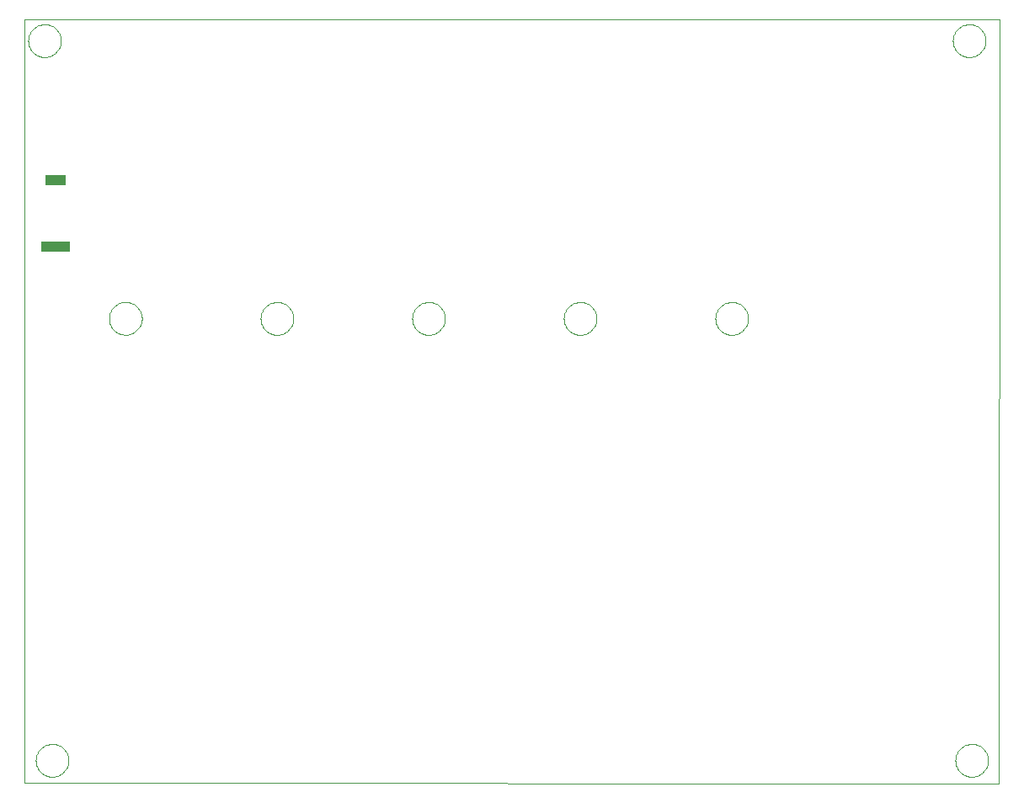
<source format=gtp>
G75*
G70*
%OFA0B0*%
%FSLAX24Y24*%
%IPPOS*%
%LPD*%
%AMOC8*
5,1,8,0,0,1.08239X$1,22.5*
%
%ADD10C,0.0000*%
%ADD11R,0.0787X0.0394*%
%ADD12R,0.1181X0.0433*%
D10*
X000433Y000333D02*
X000433Y030581D01*
X039029Y030581D01*
X039009Y000303D01*
X000433Y000333D01*
X000883Y001233D02*
X000885Y001283D01*
X000891Y001333D01*
X000901Y001383D01*
X000914Y001431D01*
X000931Y001479D01*
X000952Y001525D01*
X000976Y001569D01*
X001004Y001611D01*
X001035Y001651D01*
X001069Y001688D01*
X001106Y001723D01*
X001145Y001754D01*
X001186Y001783D01*
X001230Y001808D01*
X001276Y001830D01*
X001323Y001848D01*
X001371Y001862D01*
X001420Y001873D01*
X001470Y001880D01*
X001520Y001883D01*
X001571Y001882D01*
X001621Y001877D01*
X001671Y001868D01*
X001719Y001856D01*
X001767Y001839D01*
X001813Y001819D01*
X001858Y001796D01*
X001901Y001769D01*
X001941Y001739D01*
X001979Y001706D01*
X002014Y001670D01*
X002047Y001631D01*
X002076Y001590D01*
X002102Y001547D01*
X002125Y001502D01*
X002144Y001455D01*
X002159Y001407D01*
X002171Y001358D01*
X002179Y001308D01*
X002183Y001258D01*
X002183Y001208D01*
X002179Y001158D01*
X002171Y001108D01*
X002159Y001059D01*
X002144Y001011D01*
X002125Y000964D01*
X002102Y000919D01*
X002076Y000876D01*
X002047Y000835D01*
X002014Y000796D01*
X001979Y000760D01*
X001941Y000727D01*
X001901Y000697D01*
X001858Y000670D01*
X001813Y000647D01*
X001767Y000627D01*
X001719Y000610D01*
X001671Y000598D01*
X001621Y000589D01*
X001571Y000584D01*
X001520Y000583D01*
X001470Y000586D01*
X001420Y000593D01*
X001371Y000604D01*
X001323Y000618D01*
X001276Y000636D01*
X001230Y000658D01*
X001186Y000683D01*
X001145Y000712D01*
X001106Y000743D01*
X001069Y000778D01*
X001035Y000815D01*
X001004Y000855D01*
X000976Y000897D01*
X000952Y000941D01*
X000931Y000987D01*
X000914Y001035D01*
X000901Y001083D01*
X000891Y001133D01*
X000885Y001183D01*
X000883Y001233D01*
X003786Y018736D02*
X003788Y018786D01*
X003794Y018836D01*
X003804Y018886D01*
X003817Y018934D01*
X003834Y018982D01*
X003855Y019028D01*
X003879Y019072D01*
X003907Y019114D01*
X003938Y019154D01*
X003972Y019191D01*
X004009Y019226D01*
X004048Y019257D01*
X004089Y019286D01*
X004133Y019311D01*
X004179Y019333D01*
X004226Y019351D01*
X004274Y019365D01*
X004323Y019376D01*
X004373Y019383D01*
X004423Y019386D01*
X004474Y019385D01*
X004524Y019380D01*
X004574Y019371D01*
X004622Y019359D01*
X004670Y019342D01*
X004716Y019322D01*
X004761Y019299D01*
X004804Y019272D01*
X004844Y019242D01*
X004882Y019209D01*
X004917Y019173D01*
X004950Y019134D01*
X004979Y019093D01*
X005005Y019050D01*
X005028Y019005D01*
X005047Y018958D01*
X005062Y018910D01*
X005074Y018861D01*
X005082Y018811D01*
X005086Y018761D01*
X005086Y018711D01*
X005082Y018661D01*
X005074Y018611D01*
X005062Y018562D01*
X005047Y018514D01*
X005028Y018467D01*
X005005Y018422D01*
X004979Y018379D01*
X004950Y018338D01*
X004917Y018299D01*
X004882Y018263D01*
X004844Y018230D01*
X004804Y018200D01*
X004761Y018173D01*
X004716Y018150D01*
X004670Y018130D01*
X004622Y018113D01*
X004574Y018101D01*
X004524Y018092D01*
X004474Y018087D01*
X004423Y018086D01*
X004373Y018089D01*
X004323Y018096D01*
X004274Y018107D01*
X004226Y018121D01*
X004179Y018139D01*
X004133Y018161D01*
X004089Y018186D01*
X004048Y018215D01*
X004009Y018246D01*
X003972Y018281D01*
X003938Y018318D01*
X003907Y018358D01*
X003879Y018400D01*
X003855Y018444D01*
X003834Y018490D01*
X003817Y018538D01*
X003804Y018586D01*
X003794Y018636D01*
X003788Y018686D01*
X003786Y018736D01*
X009783Y018733D02*
X009785Y018783D01*
X009791Y018833D01*
X009801Y018883D01*
X009814Y018931D01*
X009831Y018979D01*
X009852Y019025D01*
X009876Y019069D01*
X009904Y019111D01*
X009935Y019151D01*
X009969Y019188D01*
X010006Y019223D01*
X010045Y019254D01*
X010086Y019283D01*
X010130Y019308D01*
X010176Y019330D01*
X010223Y019348D01*
X010271Y019362D01*
X010320Y019373D01*
X010370Y019380D01*
X010420Y019383D01*
X010471Y019382D01*
X010521Y019377D01*
X010571Y019368D01*
X010619Y019356D01*
X010667Y019339D01*
X010713Y019319D01*
X010758Y019296D01*
X010801Y019269D01*
X010841Y019239D01*
X010879Y019206D01*
X010914Y019170D01*
X010947Y019131D01*
X010976Y019090D01*
X011002Y019047D01*
X011025Y019002D01*
X011044Y018955D01*
X011059Y018907D01*
X011071Y018858D01*
X011079Y018808D01*
X011083Y018758D01*
X011083Y018708D01*
X011079Y018658D01*
X011071Y018608D01*
X011059Y018559D01*
X011044Y018511D01*
X011025Y018464D01*
X011002Y018419D01*
X010976Y018376D01*
X010947Y018335D01*
X010914Y018296D01*
X010879Y018260D01*
X010841Y018227D01*
X010801Y018197D01*
X010758Y018170D01*
X010713Y018147D01*
X010667Y018127D01*
X010619Y018110D01*
X010571Y018098D01*
X010521Y018089D01*
X010471Y018084D01*
X010420Y018083D01*
X010370Y018086D01*
X010320Y018093D01*
X010271Y018104D01*
X010223Y018118D01*
X010176Y018136D01*
X010130Y018158D01*
X010086Y018183D01*
X010045Y018212D01*
X010006Y018243D01*
X009969Y018278D01*
X009935Y018315D01*
X009904Y018355D01*
X009876Y018397D01*
X009852Y018441D01*
X009831Y018487D01*
X009814Y018535D01*
X009801Y018583D01*
X009791Y018633D01*
X009785Y018683D01*
X009783Y018733D01*
X015783Y018733D02*
X015785Y018783D01*
X015791Y018833D01*
X015801Y018883D01*
X015814Y018931D01*
X015831Y018979D01*
X015852Y019025D01*
X015876Y019069D01*
X015904Y019111D01*
X015935Y019151D01*
X015969Y019188D01*
X016006Y019223D01*
X016045Y019254D01*
X016086Y019283D01*
X016130Y019308D01*
X016176Y019330D01*
X016223Y019348D01*
X016271Y019362D01*
X016320Y019373D01*
X016370Y019380D01*
X016420Y019383D01*
X016471Y019382D01*
X016521Y019377D01*
X016571Y019368D01*
X016619Y019356D01*
X016667Y019339D01*
X016713Y019319D01*
X016758Y019296D01*
X016801Y019269D01*
X016841Y019239D01*
X016879Y019206D01*
X016914Y019170D01*
X016947Y019131D01*
X016976Y019090D01*
X017002Y019047D01*
X017025Y019002D01*
X017044Y018955D01*
X017059Y018907D01*
X017071Y018858D01*
X017079Y018808D01*
X017083Y018758D01*
X017083Y018708D01*
X017079Y018658D01*
X017071Y018608D01*
X017059Y018559D01*
X017044Y018511D01*
X017025Y018464D01*
X017002Y018419D01*
X016976Y018376D01*
X016947Y018335D01*
X016914Y018296D01*
X016879Y018260D01*
X016841Y018227D01*
X016801Y018197D01*
X016758Y018170D01*
X016713Y018147D01*
X016667Y018127D01*
X016619Y018110D01*
X016571Y018098D01*
X016521Y018089D01*
X016471Y018084D01*
X016420Y018083D01*
X016370Y018086D01*
X016320Y018093D01*
X016271Y018104D01*
X016223Y018118D01*
X016176Y018136D01*
X016130Y018158D01*
X016086Y018183D01*
X016045Y018212D01*
X016006Y018243D01*
X015969Y018278D01*
X015935Y018315D01*
X015904Y018355D01*
X015876Y018397D01*
X015852Y018441D01*
X015831Y018487D01*
X015814Y018535D01*
X015801Y018583D01*
X015791Y018633D01*
X015785Y018683D01*
X015783Y018733D01*
X021783Y018733D02*
X021785Y018783D01*
X021791Y018833D01*
X021801Y018883D01*
X021814Y018931D01*
X021831Y018979D01*
X021852Y019025D01*
X021876Y019069D01*
X021904Y019111D01*
X021935Y019151D01*
X021969Y019188D01*
X022006Y019223D01*
X022045Y019254D01*
X022086Y019283D01*
X022130Y019308D01*
X022176Y019330D01*
X022223Y019348D01*
X022271Y019362D01*
X022320Y019373D01*
X022370Y019380D01*
X022420Y019383D01*
X022471Y019382D01*
X022521Y019377D01*
X022571Y019368D01*
X022619Y019356D01*
X022667Y019339D01*
X022713Y019319D01*
X022758Y019296D01*
X022801Y019269D01*
X022841Y019239D01*
X022879Y019206D01*
X022914Y019170D01*
X022947Y019131D01*
X022976Y019090D01*
X023002Y019047D01*
X023025Y019002D01*
X023044Y018955D01*
X023059Y018907D01*
X023071Y018858D01*
X023079Y018808D01*
X023083Y018758D01*
X023083Y018708D01*
X023079Y018658D01*
X023071Y018608D01*
X023059Y018559D01*
X023044Y018511D01*
X023025Y018464D01*
X023002Y018419D01*
X022976Y018376D01*
X022947Y018335D01*
X022914Y018296D01*
X022879Y018260D01*
X022841Y018227D01*
X022801Y018197D01*
X022758Y018170D01*
X022713Y018147D01*
X022667Y018127D01*
X022619Y018110D01*
X022571Y018098D01*
X022521Y018089D01*
X022471Y018084D01*
X022420Y018083D01*
X022370Y018086D01*
X022320Y018093D01*
X022271Y018104D01*
X022223Y018118D01*
X022176Y018136D01*
X022130Y018158D01*
X022086Y018183D01*
X022045Y018212D01*
X022006Y018243D01*
X021969Y018278D01*
X021935Y018315D01*
X021904Y018355D01*
X021876Y018397D01*
X021852Y018441D01*
X021831Y018487D01*
X021814Y018535D01*
X021801Y018583D01*
X021791Y018633D01*
X021785Y018683D01*
X021783Y018733D01*
X027783Y018733D02*
X027785Y018783D01*
X027791Y018833D01*
X027801Y018883D01*
X027814Y018931D01*
X027831Y018979D01*
X027852Y019025D01*
X027876Y019069D01*
X027904Y019111D01*
X027935Y019151D01*
X027969Y019188D01*
X028006Y019223D01*
X028045Y019254D01*
X028086Y019283D01*
X028130Y019308D01*
X028176Y019330D01*
X028223Y019348D01*
X028271Y019362D01*
X028320Y019373D01*
X028370Y019380D01*
X028420Y019383D01*
X028471Y019382D01*
X028521Y019377D01*
X028571Y019368D01*
X028619Y019356D01*
X028667Y019339D01*
X028713Y019319D01*
X028758Y019296D01*
X028801Y019269D01*
X028841Y019239D01*
X028879Y019206D01*
X028914Y019170D01*
X028947Y019131D01*
X028976Y019090D01*
X029002Y019047D01*
X029025Y019002D01*
X029044Y018955D01*
X029059Y018907D01*
X029071Y018858D01*
X029079Y018808D01*
X029083Y018758D01*
X029083Y018708D01*
X029079Y018658D01*
X029071Y018608D01*
X029059Y018559D01*
X029044Y018511D01*
X029025Y018464D01*
X029002Y018419D01*
X028976Y018376D01*
X028947Y018335D01*
X028914Y018296D01*
X028879Y018260D01*
X028841Y018227D01*
X028801Y018197D01*
X028758Y018170D01*
X028713Y018147D01*
X028667Y018127D01*
X028619Y018110D01*
X028571Y018098D01*
X028521Y018089D01*
X028471Y018084D01*
X028420Y018083D01*
X028370Y018086D01*
X028320Y018093D01*
X028271Y018104D01*
X028223Y018118D01*
X028176Y018136D01*
X028130Y018158D01*
X028086Y018183D01*
X028045Y018212D01*
X028006Y018243D01*
X027969Y018278D01*
X027935Y018315D01*
X027904Y018355D01*
X027876Y018397D01*
X027852Y018441D01*
X027831Y018487D01*
X027814Y018535D01*
X027801Y018583D01*
X027791Y018633D01*
X027785Y018683D01*
X027783Y018733D01*
X037183Y029733D02*
X037185Y029783D01*
X037191Y029833D01*
X037201Y029883D01*
X037214Y029931D01*
X037231Y029979D01*
X037252Y030025D01*
X037276Y030069D01*
X037304Y030111D01*
X037335Y030151D01*
X037369Y030188D01*
X037406Y030223D01*
X037445Y030254D01*
X037486Y030283D01*
X037530Y030308D01*
X037576Y030330D01*
X037623Y030348D01*
X037671Y030362D01*
X037720Y030373D01*
X037770Y030380D01*
X037820Y030383D01*
X037871Y030382D01*
X037921Y030377D01*
X037971Y030368D01*
X038019Y030356D01*
X038067Y030339D01*
X038113Y030319D01*
X038158Y030296D01*
X038201Y030269D01*
X038241Y030239D01*
X038279Y030206D01*
X038314Y030170D01*
X038347Y030131D01*
X038376Y030090D01*
X038402Y030047D01*
X038425Y030002D01*
X038444Y029955D01*
X038459Y029907D01*
X038471Y029858D01*
X038479Y029808D01*
X038483Y029758D01*
X038483Y029708D01*
X038479Y029658D01*
X038471Y029608D01*
X038459Y029559D01*
X038444Y029511D01*
X038425Y029464D01*
X038402Y029419D01*
X038376Y029376D01*
X038347Y029335D01*
X038314Y029296D01*
X038279Y029260D01*
X038241Y029227D01*
X038201Y029197D01*
X038158Y029170D01*
X038113Y029147D01*
X038067Y029127D01*
X038019Y029110D01*
X037971Y029098D01*
X037921Y029089D01*
X037871Y029084D01*
X037820Y029083D01*
X037770Y029086D01*
X037720Y029093D01*
X037671Y029104D01*
X037623Y029118D01*
X037576Y029136D01*
X037530Y029158D01*
X037486Y029183D01*
X037445Y029212D01*
X037406Y029243D01*
X037369Y029278D01*
X037335Y029315D01*
X037304Y029355D01*
X037276Y029397D01*
X037252Y029441D01*
X037231Y029487D01*
X037214Y029535D01*
X037201Y029583D01*
X037191Y029633D01*
X037185Y029683D01*
X037183Y029733D01*
X000583Y029733D02*
X000585Y029783D01*
X000591Y029833D01*
X000601Y029883D01*
X000614Y029931D01*
X000631Y029979D01*
X000652Y030025D01*
X000676Y030069D01*
X000704Y030111D01*
X000735Y030151D01*
X000769Y030188D01*
X000806Y030223D01*
X000845Y030254D01*
X000886Y030283D01*
X000930Y030308D01*
X000976Y030330D01*
X001023Y030348D01*
X001071Y030362D01*
X001120Y030373D01*
X001170Y030380D01*
X001220Y030383D01*
X001271Y030382D01*
X001321Y030377D01*
X001371Y030368D01*
X001419Y030356D01*
X001467Y030339D01*
X001513Y030319D01*
X001558Y030296D01*
X001601Y030269D01*
X001641Y030239D01*
X001679Y030206D01*
X001714Y030170D01*
X001747Y030131D01*
X001776Y030090D01*
X001802Y030047D01*
X001825Y030002D01*
X001844Y029955D01*
X001859Y029907D01*
X001871Y029858D01*
X001879Y029808D01*
X001883Y029758D01*
X001883Y029708D01*
X001879Y029658D01*
X001871Y029608D01*
X001859Y029559D01*
X001844Y029511D01*
X001825Y029464D01*
X001802Y029419D01*
X001776Y029376D01*
X001747Y029335D01*
X001714Y029296D01*
X001679Y029260D01*
X001641Y029227D01*
X001601Y029197D01*
X001558Y029170D01*
X001513Y029147D01*
X001467Y029127D01*
X001419Y029110D01*
X001371Y029098D01*
X001321Y029089D01*
X001271Y029084D01*
X001220Y029083D01*
X001170Y029086D01*
X001120Y029093D01*
X001071Y029104D01*
X001023Y029118D01*
X000976Y029136D01*
X000930Y029158D01*
X000886Y029183D01*
X000845Y029212D01*
X000806Y029243D01*
X000769Y029278D01*
X000735Y029315D01*
X000704Y029355D01*
X000676Y029397D01*
X000652Y029441D01*
X000631Y029487D01*
X000614Y029535D01*
X000601Y029583D01*
X000591Y029633D01*
X000585Y029683D01*
X000583Y029733D01*
X037283Y001233D02*
X037285Y001283D01*
X037291Y001333D01*
X037301Y001383D01*
X037314Y001431D01*
X037331Y001479D01*
X037352Y001525D01*
X037376Y001569D01*
X037404Y001611D01*
X037435Y001651D01*
X037469Y001688D01*
X037506Y001723D01*
X037545Y001754D01*
X037586Y001783D01*
X037630Y001808D01*
X037676Y001830D01*
X037723Y001848D01*
X037771Y001862D01*
X037820Y001873D01*
X037870Y001880D01*
X037920Y001883D01*
X037971Y001882D01*
X038021Y001877D01*
X038071Y001868D01*
X038119Y001856D01*
X038167Y001839D01*
X038213Y001819D01*
X038258Y001796D01*
X038301Y001769D01*
X038341Y001739D01*
X038379Y001706D01*
X038414Y001670D01*
X038447Y001631D01*
X038476Y001590D01*
X038502Y001547D01*
X038525Y001502D01*
X038544Y001455D01*
X038559Y001407D01*
X038571Y001358D01*
X038579Y001308D01*
X038583Y001258D01*
X038583Y001208D01*
X038579Y001158D01*
X038571Y001108D01*
X038559Y001059D01*
X038544Y001011D01*
X038525Y000964D01*
X038502Y000919D01*
X038476Y000876D01*
X038447Y000835D01*
X038414Y000796D01*
X038379Y000760D01*
X038341Y000727D01*
X038301Y000697D01*
X038258Y000670D01*
X038213Y000647D01*
X038167Y000627D01*
X038119Y000610D01*
X038071Y000598D01*
X038021Y000589D01*
X037971Y000584D01*
X037920Y000583D01*
X037870Y000586D01*
X037820Y000593D01*
X037771Y000604D01*
X037723Y000618D01*
X037676Y000636D01*
X037630Y000658D01*
X037586Y000683D01*
X037545Y000712D01*
X037506Y000743D01*
X037469Y000778D01*
X037435Y000815D01*
X037404Y000855D01*
X037376Y000897D01*
X037352Y000941D01*
X037331Y000987D01*
X037314Y001035D01*
X037301Y001083D01*
X037291Y001133D01*
X037285Y001183D01*
X037283Y001233D01*
D11*
X001683Y024224D03*
D12*
X001683Y021587D03*
M02*

</source>
